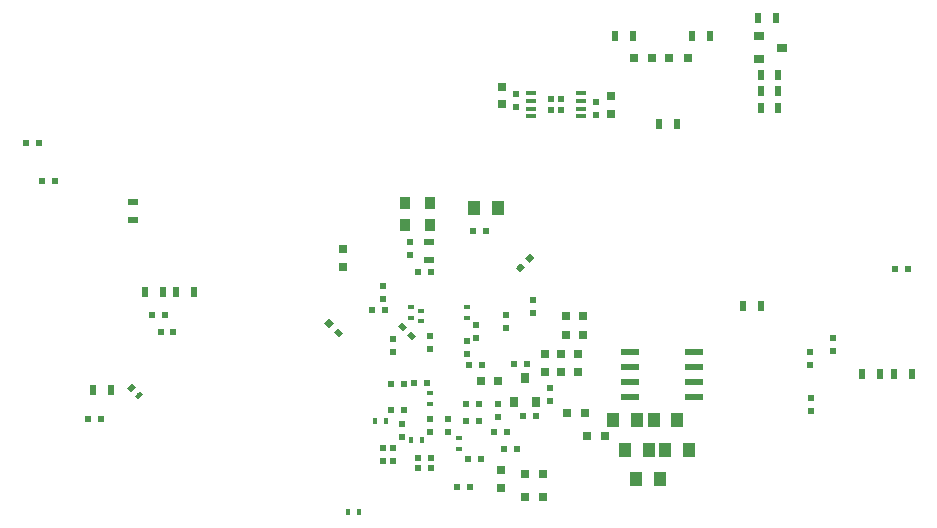
<source format=gbp>
G04 #@! TF.GenerationSoftware,KiCad,Pcbnew,(5.0.0)*
G04 #@! TF.CreationDate,2018-09-09T11:50:12+09:00*
G04 #@! TF.ProjectId,ZynqBoard2,5A796E71426F617264322E6B69636164,rev?*
G04 #@! TF.SameCoordinates,Original*
G04 #@! TF.FileFunction,Paste,Bot*
G04 #@! TF.FilePolarity,Positive*
%FSLAX46Y46*%
G04 Gerber Fmt 4.6, Leading zero omitted, Abs format (unit mm)*
G04 Created by KiCad (PCBNEW (5.0.0)) date 09/09/18 11:50:12*
%MOMM*%
%LPD*%
G01*
G04 APERTURE LIST*
%ADD10R,0.800000X0.750000*%
%ADD11C,0.500000*%
%ADD12C,0.100000*%
%ADD13R,0.600000X0.400000*%
%ADD14R,0.600000X0.500000*%
%ADD15R,0.500000X0.600000*%
%ADD16R,0.750000X0.800000*%
%ADD17R,1.000000X1.250000*%
%ADD18R,0.800000X0.800000*%
%ADD19R,0.900000X1.000000*%
%ADD20R,1.550000X0.600000*%
%ADD21R,0.900000X0.800000*%
%ADD22R,0.500000X0.900000*%
%ADD23R,0.900000X0.500000*%
%ADD24R,0.504000X0.564000*%
%ADD25R,0.890000X0.420000*%
%ADD26R,0.800000X0.900000*%
%ADD27C,0.400000*%
%ADD28R,0.400000X0.600000*%
G04 APERTURE END LIST*
D10*
G04 #@! TO.C,C70*
X85250000Y-106400000D03*
X83750000Y-106400000D03*
G04 #@! TD*
D11*
G04 #@! TO.C,C65*
X67111091Y-93611091D03*
D12*
G36*
X66722182Y-93575736D02*
X67075736Y-93222182D01*
X67500000Y-93646446D01*
X67146446Y-94000000D01*
X66722182Y-93575736D01*
X66722182Y-93575736D01*
G37*
D11*
X67888909Y-94388909D03*
D12*
G36*
X67500000Y-94353554D02*
X67853554Y-94000000D01*
X68277818Y-94424264D01*
X67924264Y-94777818D01*
X67500000Y-94353554D01*
X67500000Y-94353554D01*
G37*
G04 #@! TD*
D13*
G04 #@! TO.C,R24*
X74100000Y-92250000D03*
X74100000Y-93150000D03*
G04 #@! TD*
D14*
G04 #@! TO.C,C1*
X46750000Y-101700000D03*
X47850000Y-101700000D03*
G04 #@! TD*
G04 #@! TO.C,C2*
X52850000Y-94400000D03*
X53950000Y-94400000D03*
G04 #@! TD*
G04 #@! TO.C,C3*
X72350000Y-101000000D03*
X73450000Y-101000000D03*
G04 #@! TD*
G04 #@! TO.C,C23*
X53200000Y-92900000D03*
X52100000Y-92900000D03*
G04 #@! TD*
D15*
G04 #@! TO.C,C26*
X73300000Y-102150000D03*
X73300000Y-103250000D03*
G04 #@! TD*
G04 #@! TO.C,C27*
X72500000Y-94950000D03*
X72500000Y-96050000D03*
G04 #@! TD*
D14*
G04 #@! TO.C,C28*
X83550000Y-101500000D03*
X84650000Y-101500000D03*
G04 #@! TD*
G04 #@! TO.C,C29*
X78750000Y-100500000D03*
X79850000Y-100500000D03*
G04 #@! TD*
G04 #@! TO.C,C30*
X78750000Y-101900000D03*
X79850000Y-101900000D03*
G04 #@! TD*
D15*
G04 #@! TO.C,C31*
X77200000Y-101750000D03*
X77200000Y-102850000D03*
G04 #@! TD*
D14*
G04 #@! TO.C,C32*
X78950000Y-97200000D03*
X80050000Y-97200000D03*
G04 #@! TD*
D15*
G04 #@! TO.C,C45*
X71700000Y-91550000D03*
X71700000Y-90450000D03*
G04 #@! TD*
D14*
G04 #@! TO.C,C46*
X82750000Y-97100000D03*
X83850000Y-97100000D03*
G04 #@! TD*
G04 #@! TO.C,C51*
X74650000Y-89300000D03*
X75750000Y-89300000D03*
G04 #@! TD*
D15*
G04 #@! TO.C,C53*
X71700000Y-105250000D03*
X71700000Y-104150000D03*
G04 #@! TD*
G04 #@! TO.C,C54*
X72500000Y-104150000D03*
X72500000Y-105250000D03*
G04 #@! TD*
D14*
G04 #@! TO.C,C55*
X74650000Y-105900000D03*
X75750000Y-105900000D03*
G04 #@! TD*
G04 #@! TO.C,C56*
X74650000Y-105000000D03*
X75750000Y-105000000D03*
G04 #@! TD*
G04 #@! TO.C,C62*
X70750000Y-92500000D03*
X71850000Y-92500000D03*
G04 #@! TD*
G04 #@! TO.C,C66*
X78850000Y-105100000D03*
X79950000Y-105100000D03*
G04 #@! TD*
G04 #@! TO.C,C67*
X81050000Y-102800000D03*
X82150000Y-102800000D03*
G04 #@! TD*
G04 #@! TO.C,C68*
X83050000Y-104300000D03*
X81950000Y-104300000D03*
G04 #@! TD*
G04 #@! TO.C,C69*
X77950000Y-107500000D03*
X79050000Y-107500000D03*
G04 #@! TD*
D15*
G04 #@! TO.C,C74*
X75700000Y-95850000D03*
X75700000Y-94750000D03*
G04 #@! TD*
G04 #@! TO.C,C75*
X82100000Y-92950000D03*
X82100000Y-94050000D03*
G04 #@! TD*
G04 #@! TO.C,C76*
X79600000Y-93750000D03*
X79600000Y-94850000D03*
G04 #@! TD*
G04 #@! TO.C,C77*
X84400000Y-92750000D03*
X84400000Y-91650000D03*
G04 #@! TD*
G04 #@! TO.C,C82*
X78800000Y-96250000D03*
X78800000Y-95150000D03*
G04 #@! TD*
D14*
G04 #@! TO.C,C83*
X75450000Y-98700000D03*
X74350000Y-98700000D03*
G04 #@! TD*
D15*
G04 #@! TO.C,C84*
X74000000Y-86750000D03*
X74000000Y-87850000D03*
G04 #@! TD*
D14*
G04 #@! TO.C,C86*
X42850000Y-81600000D03*
X43950000Y-81600000D03*
G04 #@! TD*
G04 #@! TO.C,C87*
X41450000Y-78400000D03*
X42550000Y-78400000D03*
G04 #@! TD*
D11*
G04 #@! TO.C,C88*
X73311091Y-93911091D03*
D12*
G36*
X72922182Y-93875736D02*
X73275736Y-93522182D01*
X73700000Y-93946446D01*
X73346446Y-94300000D01*
X72922182Y-93875736D01*
X72922182Y-93875736D01*
G37*
D11*
X74088909Y-94688909D03*
D12*
G36*
X73700000Y-94653554D02*
X74053554Y-94300000D01*
X74477818Y-94724264D01*
X74124264Y-95077818D01*
X73700000Y-94653554D01*
X73700000Y-94653554D01*
G37*
G04 #@! TD*
D15*
G04 #@! TO.C,C96*
X107800000Y-97150000D03*
X107800000Y-96050000D03*
G04 #@! TD*
G04 #@! TO.C,C106*
X107900000Y-101050000D03*
X107900000Y-99950000D03*
G04 #@! TD*
G04 #@! TO.C,C111*
X109800000Y-94850000D03*
X109800000Y-95950000D03*
G04 #@! TD*
G04 #@! TO.C,C115*
X89750593Y-75990976D03*
X89750593Y-74890976D03*
G04 #@! TD*
G04 #@! TO.C,C116*
X82950593Y-75290976D03*
X82950593Y-74190976D03*
G04 #@! TD*
D14*
G04 #@! TO.C,C118*
X115050000Y-89000000D03*
X116150000Y-89000000D03*
G04 #@! TD*
D15*
G04 #@! TO.C,C119*
X85800000Y-100250000D03*
X85800000Y-99150000D03*
G04 #@! TD*
G04 #@! TO.C,C120*
X81400000Y-100450000D03*
X81400000Y-101550000D03*
G04 #@! TD*
D16*
G04 #@! TO.C,C25*
X85400000Y-96250000D03*
X85400000Y-97750000D03*
G04 #@! TD*
G04 #@! TO.C,C33*
X86800000Y-96250000D03*
X86800000Y-97750000D03*
G04 #@! TD*
G04 #@! TO.C,C34*
X88200000Y-96250000D03*
X88200000Y-97750000D03*
G04 #@! TD*
D14*
G04 #@! TO.C,C38*
X72350000Y-98800000D03*
X73450000Y-98800000D03*
G04 #@! TD*
D15*
G04 #@! TO.C,C39*
X75700000Y-101750000D03*
X75700000Y-102850000D03*
G04 #@! TD*
D14*
G04 #@! TO.C,C40*
X80450000Y-85800000D03*
X79350000Y-85800000D03*
G04 #@! TD*
D17*
G04 #@! TO.C,C42*
X81400000Y-83900000D03*
X79400000Y-83900000D03*
G04 #@! TD*
G04 #@! TO.C,C43*
X93200000Y-101800000D03*
X91200000Y-101800000D03*
G04 #@! TD*
D16*
G04 #@! TO.C,C44*
X68300000Y-88850000D03*
X68300000Y-87350000D03*
G04 #@! TD*
D10*
G04 #@! TO.C,C47*
X88750000Y-101200000D03*
X87250000Y-101200000D03*
G04 #@! TD*
D17*
G04 #@! TO.C,C52*
X96600000Y-101800000D03*
X94600000Y-101800000D03*
G04 #@! TD*
D10*
G04 #@! TO.C,C57*
X85250000Y-108300000D03*
X83750000Y-108300000D03*
G04 #@! TD*
G04 #@! TO.C,C58*
X90450000Y-103200000D03*
X88950000Y-103200000D03*
G04 #@! TD*
D17*
G04 #@! TO.C,C59*
X95100000Y-106800000D03*
X93100000Y-106800000D03*
G04 #@! TD*
D16*
G04 #@! TO.C,C71*
X81700000Y-106050000D03*
X81700000Y-107550000D03*
G04 #@! TD*
D17*
G04 #@! TO.C,C72*
X94200000Y-104400000D03*
X92200000Y-104400000D03*
G04 #@! TD*
D10*
G04 #@! TO.C,C73*
X81450000Y-98500000D03*
X79950000Y-98500000D03*
G04 #@! TD*
G04 #@! TO.C,C79*
X87150000Y-94600000D03*
X88650000Y-94600000D03*
G04 #@! TD*
G04 #@! TO.C,C80*
X88650000Y-93000000D03*
X87150000Y-93000000D03*
G04 #@! TD*
D17*
G04 #@! TO.C,C81*
X95600000Y-104400000D03*
X97600000Y-104400000D03*
G04 #@! TD*
D16*
G04 #@! TO.C,C114*
X90950593Y-75890976D03*
X90950593Y-74390976D03*
G04 #@! TD*
G04 #@! TO.C,C117*
X81750593Y-73590976D03*
X81750593Y-75090976D03*
G04 #@! TD*
D18*
G04 #@! TO.C,D2*
X92900000Y-71200000D03*
X94500000Y-71200000D03*
G04 #@! TD*
G04 #@! TO.C,D3*
X95900000Y-71200000D03*
X97500000Y-71200000D03*
G04 #@! TD*
D19*
G04 #@! TO.C,O1*
X75650000Y-83450000D03*
X73550000Y-83450000D03*
X75650000Y-85350000D03*
X73550000Y-85350000D03*
G04 #@! TD*
D20*
G04 #@! TO.C,Q1*
X98000000Y-99905000D03*
X98000000Y-98635000D03*
X98000000Y-97365000D03*
X98000000Y-96095000D03*
X92600000Y-96095000D03*
X92600000Y-97365000D03*
X92600000Y-98635000D03*
X92600000Y-99905000D03*
G04 #@! TD*
D21*
G04 #@! TO.C,Q2*
X105500000Y-70300000D03*
X103500000Y-69350000D03*
X103500000Y-71250000D03*
G04 #@! TD*
D22*
G04 #@! TO.C,R3*
X48650000Y-99300000D03*
X47150000Y-99300000D03*
G04 #@! TD*
G04 #@! TO.C,R6*
X54150000Y-91000000D03*
X55650000Y-91000000D03*
G04 #@! TD*
G04 #@! TO.C,R7*
X53050000Y-91000000D03*
X51550000Y-91000000D03*
G04 #@! TD*
D23*
G04 #@! TO.C,R19*
X75600000Y-88250000D03*
X75600000Y-86750000D03*
G04 #@! TD*
G04 #@! TO.C,R23*
X50500000Y-83350000D03*
X50500000Y-84850000D03*
G04 #@! TD*
D22*
G04 #@! TO.C,R45*
X113750000Y-97900000D03*
X112250000Y-97900000D03*
G04 #@! TD*
G04 #@! TO.C,R46*
X116450000Y-97900000D03*
X114950000Y-97900000D03*
G04 #@! TD*
G04 #@! TO.C,R52*
X104950000Y-67800000D03*
X103450000Y-67800000D03*
G04 #@! TD*
G04 #@! TO.C,R53*
X105150000Y-72600000D03*
X103650000Y-72600000D03*
G04 #@! TD*
G04 #@! TO.C,R54*
X105150000Y-74000000D03*
X103650000Y-74000000D03*
G04 #@! TD*
G04 #@! TO.C,R55*
X103650000Y-75400000D03*
X105150000Y-75400000D03*
G04 #@! TD*
G04 #@! TO.C,R61*
X91350000Y-69300000D03*
X92850000Y-69300000D03*
G04 #@! TD*
G04 #@! TO.C,R62*
X97850000Y-69300000D03*
X99350000Y-69300000D03*
G04 #@! TD*
G04 #@! TO.C,R64*
X96550000Y-76800000D03*
X95050000Y-76800000D03*
G04 #@! TD*
D24*
G04 #@! TO.C,U6*
X85930593Y-75610976D03*
X85930593Y-74670976D03*
X86770593Y-75610976D03*
X86770593Y-74670976D03*
D25*
X88455593Y-76115976D03*
X88455593Y-75465976D03*
X88455593Y-74815976D03*
X88455593Y-74165976D03*
X84245593Y-74165976D03*
X84245593Y-74815976D03*
X84245593Y-75465976D03*
X84245593Y-76115976D03*
G04 #@! TD*
D26*
G04 #@! TO.C,U7*
X84650000Y-100300000D03*
X82750000Y-100300000D03*
X83700000Y-98300000D03*
G04 #@! TD*
D27*
G04 #@! TO.C,R1*
X50381802Y-99081802D03*
D12*
G36*
X50735355Y-99011091D02*
X50311091Y-99435355D01*
X50028249Y-99152513D01*
X50452513Y-98728249D01*
X50735355Y-99011091D01*
X50735355Y-99011091D01*
G37*
D27*
X51018198Y-99718198D03*
D12*
G36*
X51371751Y-99647487D02*
X50947487Y-100071751D01*
X50664645Y-99788909D01*
X51088909Y-99364645D01*
X51371751Y-99647487D01*
X51371751Y-99647487D01*
G37*
G04 #@! TD*
D28*
G04 #@! TO.C,R4*
X71950000Y-101900000D03*
X71050000Y-101900000D03*
G04 #@! TD*
G04 #@! TO.C,R5*
X69650000Y-109600000D03*
X68750000Y-109600000D03*
G04 #@! TD*
D13*
G04 #@! TO.C,R21*
X78800000Y-93150000D03*
X78800000Y-92250000D03*
G04 #@! TD*
D28*
G04 #@! TO.C,R11*
X74950000Y-103500000D03*
X74050000Y-103500000D03*
G04 #@! TD*
D13*
G04 #@! TO.C,R12*
X78100000Y-103350000D03*
X78100000Y-104250000D03*
G04 #@! TD*
G04 #@! TO.C,L1*
X75700000Y-99550000D03*
X75700000Y-100450000D03*
G04 #@! TD*
G04 #@! TO.C,R25*
X74900000Y-92550000D03*
X74900000Y-93450000D03*
G04 #@! TD*
D11*
G04 #@! TO.C,C78*
X84088909Y-88111091D03*
D12*
G36*
X84053554Y-88500000D02*
X83700000Y-88146446D01*
X84124264Y-87722182D01*
X84477818Y-88075736D01*
X84053554Y-88500000D01*
X84053554Y-88500000D01*
G37*
D11*
X83311091Y-88888909D03*
D12*
G36*
X83275736Y-89277818D02*
X82922182Y-88924264D01*
X83346446Y-88500000D01*
X83700000Y-88853554D01*
X83275736Y-89277818D01*
X83275736Y-89277818D01*
G37*
G04 #@! TD*
D22*
G04 #@! TO.C,R48*
X102150000Y-92200000D03*
X103650000Y-92200000D03*
G04 #@! TD*
M02*

</source>
